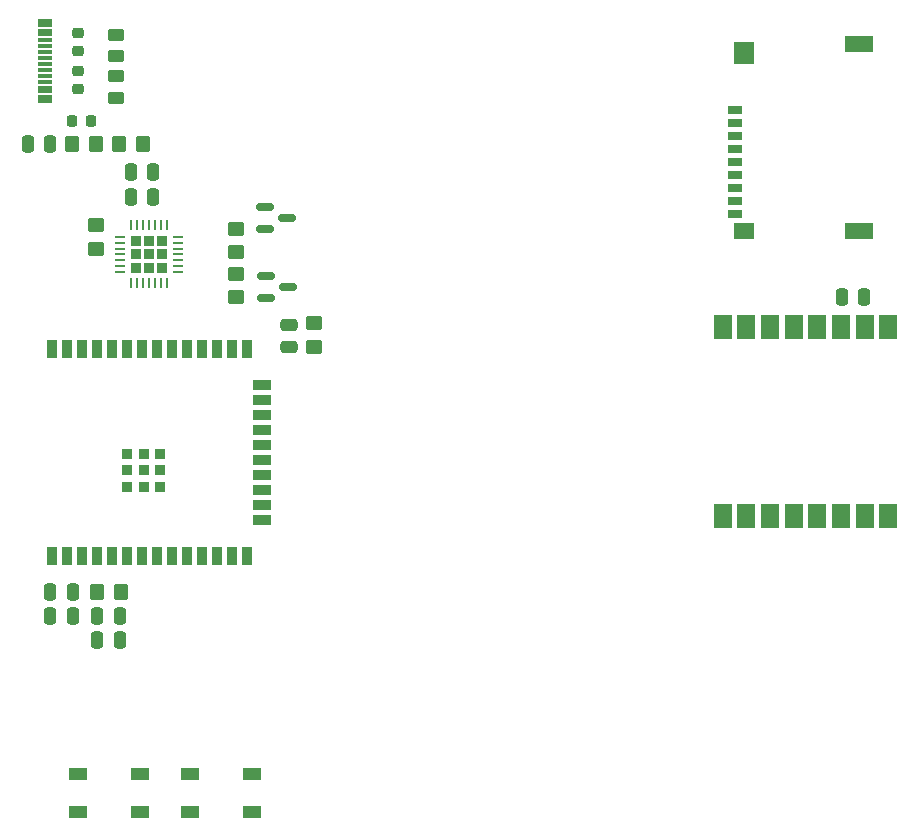
<source format=gtp>
%TF.GenerationSoftware,KiCad,Pcbnew,8.0.6*%
%TF.CreationDate,2024-11-27T19:30:55+03:00*%
%TF.ProjectId,OBCv1,4f424376-312e-46b6-9963-61645f706362,rev?*%
%TF.SameCoordinates,Original*%
%TF.FileFunction,Paste,Top*%
%TF.FilePolarity,Positive*%
%FSLAX46Y46*%
G04 Gerber Fmt 4.6, Leading zero omitted, Abs format (unit mm)*
G04 Created by KiCad (PCBNEW 8.0.6) date 2024-11-27 19:30:55*
%MOMM*%
%LPD*%
G01*
G04 APERTURE LIST*
G04 Aperture macros list*
%AMRoundRect*
0 Rectangle with rounded corners*
0 $1 Rounding radius*
0 $2 $3 $4 $5 $6 $7 $8 $9 X,Y pos of 4 corners*
0 Add a 4 corners polygon primitive as box body*
4,1,4,$2,$3,$4,$5,$6,$7,$8,$9,$2,$3,0*
0 Add four circle primitives for the rounded corners*
1,1,$1+$1,$2,$3*
1,1,$1+$1,$4,$5*
1,1,$1+$1,$6,$7*
1,1,$1+$1,$8,$9*
0 Add four rect primitives between the rounded corners*
20,1,$1+$1,$2,$3,$4,$5,0*
20,1,$1+$1,$4,$5,$6,$7,0*
20,1,$1+$1,$6,$7,$8,$9,0*
20,1,$1+$1,$8,$9,$2,$3,0*%
G04 Aperture macros list end*
%ADD10RoundRect,0.250000X0.250000X0.475000X-0.250000X0.475000X-0.250000X-0.475000X0.250000X-0.475000X0*%
%ADD11R,1.150000X0.300000*%
%ADD12RoundRect,0.250000X-0.350000X-0.450000X0.350000X-0.450000X0.350000X0.450000X-0.350000X0.450000X0*%
%ADD13RoundRect,0.250000X-0.250000X-0.475000X0.250000X-0.475000X0.250000X0.475000X-0.250000X0.475000X0*%
%ADD14R,1.550000X1.000000*%
%ADD15RoundRect,0.150000X-0.587500X-0.150000X0.587500X-0.150000X0.587500X0.150000X-0.587500X0.150000X0*%
%ADD16RoundRect,0.250000X-0.450000X0.262500X-0.450000X-0.262500X0.450000X-0.262500X0.450000X0.262500X0*%
%ADD17RoundRect,0.218750X0.256250X-0.218750X0.256250X0.218750X-0.256250X0.218750X-0.256250X-0.218750X0*%
%ADD18R,1.300000X0.700000*%
%ADD19R,1.651000X1.447800*%
%ADD20R,2.438400X1.447800*%
%ADD21R,1.651000X1.854200*%
%ADD22RoundRect,0.250000X0.450000X-0.350000X0.450000X0.350000X-0.450000X0.350000X-0.450000X-0.350000X0*%
%ADD23RoundRect,0.250000X-0.475000X0.250000X-0.475000X-0.250000X0.475000X-0.250000X0.475000X0.250000X0*%
%ADD24RoundRect,0.225000X-0.225000X0.225000X-0.225000X-0.225000X0.225000X-0.225000X0.225000X0.225000X0*%
%ADD25RoundRect,0.062500X-0.062500X0.337500X-0.062500X-0.337500X0.062500X-0.337500X0.062500X0.337500X0*%
%ADD26RoundRect,0.062500X-0.337500X0.062500X-0.337500X-0.062500X0.337500X-0.062500X0.337500X0.062500X0*%
%ADD27RoundRect,0.250000X-0.450000X0.350000X-0.450000X-0.350000X0.450000X-0.350000X0.450000X0.350000X0*%
%ADD28RoundRect,0.250000X0.350000X0.450000X-0.350000X0.450000X-0.350000X-0.450000X0.350000X-0.450000X0*%
%ADD29R,1.500000X2.000000*%
%ADD30R,0.900000X1.500000*%
%ADD31R,1.500000X0.900000*%
%ADD32R,0.900000X0.900000*%
%ADD33RoundRect,0.218750X0.218750X0.256250X-0.218750X0.256250X-0.218750X-0.256250X0.218750X-0.256250X0*%
%ADD34RoundRect,0.250000X0.450000X-0.262500X0.450000X0.262500X-0.450000X0.262500X-0.450000X-0.262500X0*%
%ADD35RoundRect,0.218750X-0.256250X0.218750X-0.256250X-0.218750X0.256250X-0.218750X0.256250X0.218750X0*%
G04 APERTURE END LIST*
D10*
%TO.C,C5*%
X64520259Y-110235491D03*
X62620259Y-110235491D03*
%TD*%
D11*
%TO.C,J2*%
X58135259Y-57895491D03*
X58135259Y-58695491D03*
X58135259Y-59995491D03*
X58135259Y-60995491D03*
X58135259Y-61495491D03*
X58135259Y-62495491D03*
X58135259Y-63795491D03*
X58135259Y-64595491D03*
X58135259Y-64295491D03*
X58135259Y-63495491D03*
X58135259Y-62995491D03*
X58135259Y-61995491D03*
X58135259Y-60495491D03*
X58135259Y-59495491D03*
X58135259Y-58995491D03*
X58135259Y-58195491D03*
%TD*%
D12*
%TO.C,R3*%
X60470259Y-68235491D03*
X62470259Y-68235491D03*
%TD*%
D13*
%TO.C,C4*%
X65420259Y-70605491D03*
X67320259Y-70605491D03*
%TD*%
D14*
%TO.C,S1*%
X66195259Y-124835491D03*
X66195259Y-121635491D03*
X60945259Y-121635491D03*
X60945259Y-124835491D03*
%TD*%
D10*
%TO.C,C7*%
X64520259Y-108235491D03*
X62620259Y-108235491D03*
%TD*%
D15*
%TO.C,Q1*%
X76870259Y-79435491D03*
X76870259Y-81335491D03*
X78745259Y-80385491D03*
%TD*%
D16*
%TO.C,R2*%
X64170259Y-62522991D03*
X64170259Y-64347991D03*
%TD*%
D17*
%TO.C,D3*%
X60970259Y-63622991D03*
X60970259Y-62047991D03*
%TD*%
D18*
%TO.C,MICRO_SD1*%
X116621459Y-65405691D03*
X116621459Y-66505691D03*
X116621459Y-67605691D03*
X116621459Y-68705691D03*
X116621459Y-69805691D03*
X116621459Y-70905691D03*
X116621459Y-72005691D03*
X116621459Y-73105691D03*
X116621459Y-74205691D03*
D19*
X117395259Y-75624091D03*
D20*
X127095259Y-75624091D03*
X127095259Y-59799291D03*
D21*
X117395259Y-60574291D03*
%TD*%
D22*
%TO.C,R7*%
X74370259Y-81235491D03*
X74370259Y-79235491D03*
%TD*%
D23*
%TO.C,C6*%
X78870259Y-83585491D03*
X78870259Y-85485491D03*
%TD*%
D10*
%TO.C,C9*%
X60520259Y-108235491D03*
X58620259Y-108235491D03*
%TD*%
D24*
%TO.C,U2*%
X68090259Y-76495491D03*
X66970259Y-76495491D03*
X65850259Y-76495491D03*
X68090259Y-77615491D03*
X66970259Y-77615491D03*
X65850259Y-77615491D03*
X68090259Y-78735491D03*
X66970259Y-78735491D03*
X65850259Y-78735491D03*
D25*
X68470259Y-75165491D03*
X67970259Y-75165491D03*
X67470259Y-75165491D03*
X66970259Y-75165491D03*
X66470259Y-75165491D03*
X65970259Y-75165491D03*
X65470259Y-75165491D03*
D26*
X64520259Y-76115491D03*
X64520259Y-76615491D03*
X64520259Y-77115491D03*
X64520259Y-77615491D03*
X64520259Y-78115491D03*
X64520259Y-78615491D03*
X64520259Y-79115491D03*
D25*
X65470259Y-80065491D03*
X65970259Y-80065491D03*
X66470259Y-80065491D03*
X66970259Y-80065491D03*
X67470259Y-80065491D03*
X67970259Y-80065491D03*
X68470259Y-80065491D03*
D26*
X69420259Y-79115491D03*
X69420259Y-78615491D03*
X69420259Y-78115491D03*
X69420259Y-77615491D03*
X69420259Y-77115491D03*
X69420259Y-76615491D03*
X69420259Y-76115491D03*
%TD*%
D27*
%TO.C,R9*%
X80970259Y-83435491D03*
X80970259Y-85435491D03*
%TD*%
D10*
%TO.C,C8*%
X60520259Y-106235491D03*
X58620259Y-106235491D03*
%TD*%
D12*
%TO.C,R4*%
X64470259Y-68235491D03*
X66470259Y-68235491D03*
%TD*%
D28*
%TO.C,R8*%
X64570259Y-106235491D03*
X62570259Y-106235491D03*
%TD*%
D13*
%TO.C,C2*%
X125620259Y-81235491D03*
X127520259Y-81235491D03*
%TD*%
%TO.C,C3*%
X65420259Y-72735491D03*
X67320259Y-72735491D03*
%TD*%
D29*
%TO.C,U3*%
X129570259Y-83735491D03*
X127570259Y-83735491D03*
X125570259Y-83735491D03*
X123570259Y-83735491D03*
X121570259Y-83735491D03*
X119570259Y-83735491D03*
X117570259Y-83735491D03*
X115570259Y-83735491D03*
X115570259Y-99735491D03*
X117570259Y-99735491D03*
X119570259Y-99735491D03*
X121570259Y-99735491D03*
X123570259Y-99735491D03*
X125570259Y-99735491D03*
X127570259Y-99735491D03*
X129570259Y-99735491D03*
%TD*%
D27*
%TO.C,R6*%
X74370259Y-75435491D03*
X74370259Y-77435491D03*
%TD*%
D30*
%TO.C,U1*%
X58810259Y-103125491D03*
X60080259Y-103125491D03*
X61350259Y-103125491D03*
X62620259Y-103125491D03*
X63890259Y-103125491D03*
X65160259Y-103125491D03*
X66430259Y-103125491D03*
X67700259Y-103125491D03*
X68970259Y-103125491D03*
X70240259Y-103125491D03*
X71510259Y-103125491D03*
X72780259Y-103125491D03*
X74050259Y-103125491D03*
X75320259Y-103125491D03*
D31*
X76570259Y-100085491D03*
X76570259Y-98815491D03*
X76570259Y-97545491D03*
X76570259Y-96275491D03*
X76570259Y-95005491D03*
X76570259Y-93735491D03*
X76570259Y-92465491D03*
X76570259Y-91195491D03*
X76570259Y-89925491D03*
X76570259Y-88655491D03*
D30*
X75320259Y-85625491D03*
X74050259Y-85625491D03*
X72780259Y-85625491D03*
X71510259Y-85625491D03*
X70240259Y-85625491D03*
X68970259Y-85625491D03*
X67700259Y-85625491D03*
X66430259Y-85625491D03*
X65160259Y-85625491D03*
X63890259Y-85625491D03*
X62620259Y-85625491D03*
X61350259Y-85625491D03*
X60080259Y-85625491D03*
X58810259Y-85625491D03*
D32*
X65130259Y-97275491D03*
X66530259Y-97275491D03*
X67930259Y-97275491D03*
X65130259Y-95875491D03*
X66530259Y-95875491D03*
X67930259Y-95875491D03*
X65130259Y-94475491D03*
X66530259Y-94475491D03*
X67930259Y-94475491D03*
%TD*%
D33*
%TO.C,D1*%
X62057759Y-66335491D03*
X60482759Y-66335491D03*
%TD*%
D27*
%TO.C,R5*%
X62470259Y-75165491D03*
X62470259Y-77165491D03*
%TD*%
D15*
%TO.C,Q2*%
X76832759Y-73585491D03*
X76832759Y-75485491D03*
X78707759Y-74535491D03*
%TD*%
D10*
%TO.C,C1*%
X58620259Y-68235491D03*
X56720259Y-68235491D03*
%TD*%
D34*
%TO.C,R1*%
X64170259Y-60847991D03*
X64170259Y-59022991D03*
%TD*%
D14*
%TO.C,S2*%
X75695259Y-124835491D03*
X75695259Y-121635491D03*
X70445259Y-121635491D03*
X70445259Y-124835491D03*
%TD*%
D35*
%TO.C,D2*%
X60970259Y-58847991D03*
X60970259Y-60422991D03*
%TD*%
M02*

</source>
